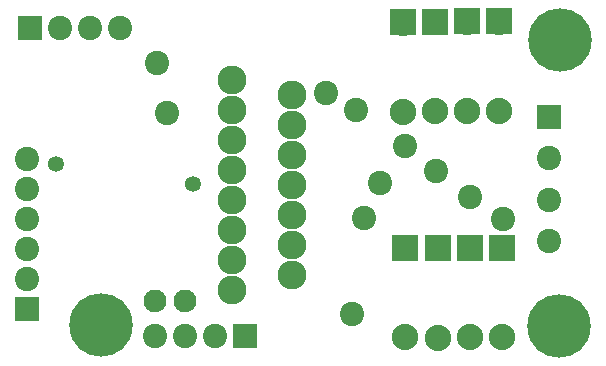
<source format=gbs>
G04 MADE WITH FRITZING*
G04 WWW.FRITZING.ORG*
G04 DOUBLE SIDED*
G04 HOLES PLATED*
G04 CONTOUR ON CENTER OF CONTOUR VECTOR*
%ASAXBY*%
%FSLAX23Y23*%
%MOIN*%
%OFA0B0*%
%SFA1.0B1.0*%
%ADD10C,0.096000*%
%ADD11C,0.081000*%
%ADD12C,0.088000*%
%ADD13C,0.076000*%
%ADD14C,0.211354*%
%ADD15C,0.053244*%
%ADD16R,0.081000X0.081000*%
%ADD17R,0.088000X0.088000*%
%LNMASK0*%
G90*
G70*
G54D10*
X798Y936D03*
X998Y886D03*
X798Y836D03*
X998Y786D03*
X798Y736D03*
X998Y686D03*
X798Y636D03*
X998Y586D03*
X798Y536D03*
X998Y486D03*
X798Y436D03*
X998Y386D03*
X798Y336D03*
X998Y286D03*
X798Y236D03*
G54D11*
X1852Y814D03*
X1852Y676D03*
X1852Y539D03*
X1852Y401D03*
G54D12*
X1697Y378D03*
X1697Y80D03*
X1589Y378D03*
X1589Y80D03*
X1482Y377D03*
X1482Y79D03*
X1373Y378D03*
X1373Y80D03*
X1686Y1132D03*
X1686Y834D03*
X1579Y1132D03*
X1579Y834D03*
X1473Y1131D03*
X1473Y833D03*
X1367Y1129D03*
X1367Y831D03*
G54D11*
X841Y83D03*
X741Y83D03*
X641Y83D03*
X541Y83D03*
X122Y1112D03*
X222Y1112D03*
X322Y1112D03*
X422Y1112D03*
X112Y175D03*
X112Y275D03*
X112Y375D03*
X112Y475D03*
X112Y575D03*
X112Y675D03*
G54D13*
X641Y202D03*
X541Y202D03*
G54D14*
X1889Y1071D03*
X1886Y119D03*
X360Y121D03*
G54D11*
X1375Y719D03*
X1478Y634D03*
X1591Y547D03*
X1699Y475D03*
X1236Y476D03*
X1291Y593D03*
X1196Y156D03*
X1111Y894D03*
X1209Y836D03*
X579Y828D03*
X547Y993D03*
G54D15*
X667Y591D03*
X209Y657D03*
G54D16*
X1852Y814D03*
G54D17*
X1697Y379D03*
X1589Y379D03*
X1482Y378D03*
X1373Y379D03*
X1686Y1133D03*
X1579Y1133D03*
X1473Y1132D03*
X1367Y1130D03*
G54D16*
X841Y83D03*
X122Y1112D03*
X112Y175D03*
G04 End of Mask0*
M02*
</source>
